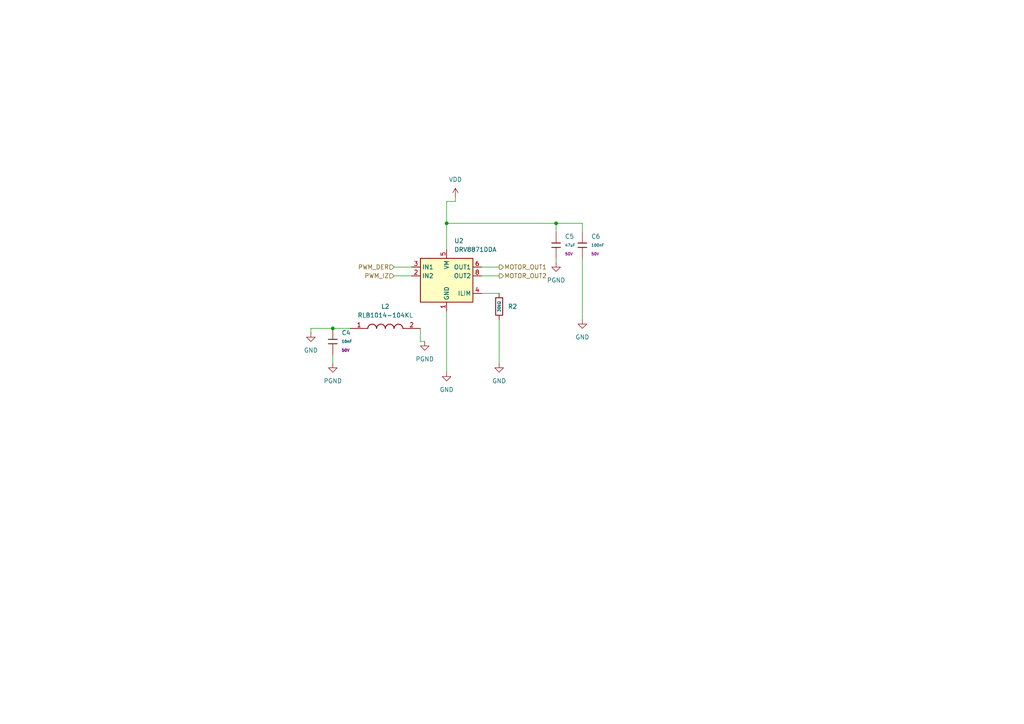
<source format=kicad_sch>
(kicad_sch
	(version 20250114)
	(generator "eeschema")
	(generator_version "9.0")
	(uuid "2473fdba-051d-4b10-8980-c2ebab4431b6")
	(paper "A4")
	(lib_symbols
		(symbol "Driver_Motor:DRV8871DDA"
			(exclude_from_sim no)
			(in_bom yes)
			(on_board yes)
			(property "Reference" "U"
				(at -6.35 6.35 0)
				(effects
					(font
						(size 1.27 1.27)
					)
				)
			)
			(property "Value" "DRV8871DDA"
				(at 8.89 6.35 0)
				(effects
					(font
						(size 1.27 1.27)
					)
				)
			)
			(property "Footprint" "Package_SO:Texas_HTSOP-8-1EP_3.9x4.9mm_P1.27mm_EP2.95x4.9mm_Mask2.4x3.1mm_ThermalVias"
				(at 6.35 -1.27 0)
				(effects
					(font
						(size 1.27 1.27)
					)
					(hide yes)
				)
			)
			(property "Datasheet" "http://www.ti.com/lit/ds/symlink/drv8871.pdf"
				(at 6.35 -1.27 0)
				(effects
					(font
						(size 1.27 1.27)
					)
					(hide yes)
				)
			)
			(property "Description" "Brushed DC Motor Driver, PWM Control, 45V, 3.6A, Current limiting, HTSOP-8"
				(at 0 0 0)
				(effects
					(font
						(size 1.27 1.27)
					)
					(hide yes)
				)
			)
			(property "ki_keywords" "H-bridge driver motor current limit"
				(at 0 0 0)
				(effects
					(font
						(size 1.27 1.27)
					)
					(hide yes)
				)
			)
			(property "ki_fp_filters" "Texas*HTSOP*1EP*3.9x4.9mm*P1.27mm*EP2.95x4.9mm*Mask2.4x3.1mm*"
				(at 0 0 0)
				(effects
					(font
						(size 1.27 1.27)
					)
					(hide yes)
				)
			)
			(symbol "DRV8871DDA_0_1"
				(rectangle
					(start -7.62 5.08)
					(end 7.62 -7.62)
					(stroke
						(width 0.254)
						(type default)
					)
					(fill
						(type background)
					)
				)
			)
			(symbol "DRV8871DDA_1_1"
				(pin input line
					(at -10.16 2.54 0)
					(length 2.54)
					(name "IN1"
						(effects
							(font
								(size 1.27 1.27)
							)
						)
					)
					(number "3"
						(effects
							(font
								(size 1.27 1.27)
							)
						)
					)
				)
				(pin input line
					(at -10.16 0 0)
					(length 2.54)
					(name "IN2"
						(effects
							(font
								(size 1.27 1.27)
							)
						)
					)
					(number "2"
						(effects
							(font
								(size 1.27 1.27)
							)
						)
					)
				)
				(pin power_in line
					(at 0 7.62 270)
					(length 2.54)
					(name "VM"
						(effects
							(font
								(size 1.27 1.27)
							)
						)
					)
					(number "5"
						(effects
							(font
								(size 1.27 1.27)
							)
						)
					)
				)
				(pin power_in line
					(at 0 -10.16 90)
					(length 2.54)
					(name "GND"
						(effects
							(font
								(size 1.27 1.27)
							)
						)
					)
					(number "1"
						(effects
							(font
								(size 1.27 1.27)
							)
						)
					)
				)
				(pin passive line
					(at 0 -10.16 90)
					(length 2.54)
					(hide yes)
					(name "GND"
						(effects
							(font
								(size 1.27 1.27)
							)
						)
					)
					(number "7"
						(effects
							(font
								(size 1.27 1.27)
							)
						)
					)
				)
				(pin passive line
					(at 0 -10.16 90)
					(length 2.54)
					(hide yes)
					(name "GND"
						(effects
							(font
								(size 1.27 1.27)
							)
						)
					)
					(number "9"
						(effects
							(font
								(size 1.27 1.27)
							)
						)
					)
				)
				(pin output line
					(at 10.16 2.54 180)
					(length 2.54)
					(name "OUT1"
						(effects
							(font
								(size 1.27 1.27)
							)
						)
					)
					(number "6"
						(effects
							(font
								(size 1.27 1.27)
							)
						)
					)
				)
				(pin output line
					(at 10.16 0 180)
					(length 2.54)
					(name "OUT2"
						(effects
							(font
								(size 1.27 1.27)
							)
						)
					)
					(number "8"
						(effects
							(font
								(size 1.27 1.27)
							)
						)
					)
				)
				(pin passive line
					(at 10.16 -5.08 180)
					(length 2.54)
					(name "ILIM"
						(effects
							(font
								(size 1.27 1.27)
							)
						)
					)
					(number "4"
						(effects
							(font
								(size 1.27 1.27)
							)
						)
					)
				)
			)
			(embedded_fonts no)
		)
		(symbol "PCM_JLCPCB-Capacitors:0402,10nF"
			(pin_numbers
				(hide yes)
			)
			(pin_names
				(offset 0)
			)
			(exclude_from_sim no)
			(in_bom yes)
			(on_board yes)
			(property "Reference" "C"
				(at 2.032 1.668 0)
				(effects
					(font
						(size 1.27 1.27)
					)
					(justify left)
				)
			)
			(property "Value" "10nF"
				(at 2.032 -0.3782 0)
				(effects
					(font
						(size 0.8 0.8)
					)
					(justify left)
				)
			)
			(property "Footprint" "PCM_JLCPCB:C_0402"
				(at -1.778 0 90)
				(effects
					(font
						(size 1.27 1.27)
					)
					(hide yes)
				)
			)
			(property "Datasheet" "https://www.lcsc.com/datasheet/lcsc_datasheet_2304140030_Samsung-Electro-Mechanics-CL05B103KB5NNNC_C15195.pdf"
				(at 0 0 0)
				(effects
					(font
						(size 1.27 1.27)
					)
					(hide yes)
				)
			)
			(property "Description" "50V 10nF X7R ±10% 0402 Multilayer Ceramic Capacitors MLCC - SMD/SMT ROHS"
				(at 0 0 0)
				(effects
					(font
						(size 1.27 1.27)
					)
					(hide yes)
				)
			)
			(property "LCSC" "C15195"
				(at 0 0 0)
				(effects
					(font
						(size 1.27 1.27)
					)
					(hide yes)
				)
			)
			(property "Stock" "3166640"
				(at 0 0 0)
				(effects
					(font
						(size 1.27 1.27)
					)
					(hide yes)
				)
			)
			(property "Price" "0.005USD"
				(at 0 0 0)
				(effects
					(font
						(size 1.27 1.27)
					)
					(hide yes)
				)
			)
			(property "Process" "SMT"
				(at 0 0 0)
				(effects
					(font
						(size 1.27 1.27)
					)
					(hide yes)
				)
			)
			(property "Minimum Qty" "20"
				(at 0 0 0)
				(effects
					(font
						(size 1.27 1.27)
					)
					(hide yes)
				)
			)
			(property "Attrition Qty" "10"
				(at 0 0 0)
				(effects
					(font
						(size 1.27 1.27)
					)
					(hide yes)
				)
			)
			(property "Class" "Basic Component"
				(at 0 0 0)
				(effects
					(font
						(size 1.27 1.27)
					)
					(hide yes)
				)
			)
			(property "Category" "Capacitors,Multilayer Ceramic Capacitors MLCC - SMD/SMT"
				(at 0 0 0)
				(effects
					(font
						(size 1.27 1.27)
					)
					(hide yes)
				)
			)
			(property "Manufacturer" "Samsung Electro-Mechanics"
				(at 0 0 0)
				(effects
					(font
						(size 1.27 1.27)
					)
					(hide yes)
				)
			)
			(property "Part" "CL05B103KB5NNNC"
				(at 0 0 0)
				(effects
					(font
						(size 1.27 1.27)
					)
					(hide yes)
				)
			)
			(property "Voltage Rated" "50V"
				(at 2.032 -2.0462 0)
				(effects
					(font
						(size 0.8 0.8)
					)
					(justify left)
				)
			)
			(property "Tolerance" "±10%"
				(at 0 0 0)
				(effects
					(font
						(size 1.27 1.27)
					)
					(hide yes)
				)
			)
			(property "Capacitance" "10nF"
				(at 0 0 0)
				(effects
					(font
						(size 1.27 1.27)
					)
					(hide yes)
				)
			)
			(property "Temperature Coefficient" "X7R"
				(at 0 0 0)
				(effects
					(font
						(size 1.27 1.27)
					)
					(hide yes)
				)
			)
			(property "ki_fp_filters" "C_*"
				(at 0 0 0)
				(effects
					(font
						(size 1.27 1.27)
					)
					(hide yes)
				)
			)
			(symbol "0402,10nF_0_1"
				(polyline
					(pts
						(xy -1.27 0.635) (xy 1.27 0.635)
					)
					(stroke
						(width 0.254)
						(type default)
					)
					(fill
						(type none)
					)
				)
				(polyline
					(pts
						(xy -1.27 -0.635) (xy 1.27 -0.635)
					)
					(stroke
						(width 0.254)
						(type default)
					)
					(fill
						(type none)
					)
				)
			)
			(symbol "0402,10nF_1_1"
				(pin passive line
					(at 0 3.81 270)
					(length 3.175)
					(name "~"
						(effects
							(font
								(size 1.27 1.27)
							)
						)
					)
					(number "1"
						(effects
							(font
								(size 1.27 1.27)
							)
						)
					)
				)
				(pin passive line
					(at 0 -3.81 90)
					(length 3.175)
					(name "~"
						(effects
							(font
								(size 1.27 1.27)
							)
						)
					)
					(number "2"
						(effects
							(font
								(size 1.27 1.27)
							)
						)
					)
				)
			)
			(embedded_fonts no)
		)
		(symbol "PCM_JLCPCB-Capacitors:0603,100nF"
			(pin_numbers
				(hide yes)
			)
			(pin_names
				(offset 0)
			)
			(exclude_from_sim no)
			(in_bom yes)
			(on_board yes)
			(property "Reference" "C"
				(at 2.032 1.668 0)
				(effects
					(font
						(size 1.27 1.27)
					)
					(justify left)
				)
			)
			(property "Value" "100nF"
				(at 2.032 -0.3782 0)
				(effects
					(font
						(size 0.8 0.8)
					)
					(justify left)
				)
			)
			(property "Footprint" "PCM_JLCPCB:C_0603"
				(at -1.778 0 90)
				(effects
					(font
						(size 1.27 1.27)
					)
					(hide yes)
				)
			)
			(property "Datasheet" "https://www.lcsc.com/datasheet/lcsc_datasheet_2211101700_YAGEO-CC0603KRX7R9BB104_C14663.pdf"
				(at 0 0 0)
				(effects
					(font
						(size 1.27 1.27)
					)
					(hide yes)
				)
			)
			(property "Description" "50V 100nF X7R ±10% 0603 Multilayer Ceramic Capacitors MLCC - SMD/SMT ROHS"
				(at 0 0 0)
				(effects
					(font
						(size 1.27 1.27)
					)
					(hide yes)
				)
			)
			(property "LCSC" "C14663"
				(at 0 0 0)
				(effects
					(font
						(size 1.27 1.27)
					)
					(hide yes)
				)
			)
			(property "Stock" "66445262"
				(at 0 0 0)
				(effects
					(font
						(size 1.27 1.27)
					)
					(hide yes)
				)
			)
			(property "Price" "0.006USD"
				(at 0 0 0)
				(effects
					(font
						(size 1.27 1.27)
					)
					(hide yes)
				)
			)
			(property "Process" "SMT"
				(at 0 0 0)
				(effects
					(font
						(size 1.27 1.27)
					)
					(hide yes)
				)
			)
			(property "Minimum Qty" "20"
				(at 0 0 0)
				(effects
					(font
						(size 1.27 1.27)
					)
					(hide yes)
				)
			)
			(property "Attrition Qty" "10"
				(at 0 0 0)
				(effects
					(font
						(size 1.27 1.27)
					)
					(hide yes)
				)
			)
			(property "Class" "Basic Component"
				(at 0 0 0)
				(effects
					(font
						(size 1.27 1.27)
					)
					(hide yes)
				)
			)
			(property "Category" "Capacitors,Multilayer Ceramic Capacitors MLCC - SMD/SMT"
				(at 0 0 0)
				(effects
					(font
						(size 1.27 1.27)
					)
					(hide yes)
				)
			)
			(property "Manufacturer" "YAGEO"
				(at 0 0 0)
				(effects
					(font
						(size 1.27 1.27)
					)
					(hide yes)
				)
			)
			(property "Part" "CC0603KRX7R9BB104"
				(at 0 0 0)
				(effects
					(font
						(size 1.27 1.27)
					)
					(hide yes)
				)
			)
			(property "Voltage Rated" "50V"
				(at 2.032 -2.0462 0)
				(effects
					(font
						(size 0.8 0.8)
					)
					(justify left)
				)
			)
			(property "Tolerance" "±10%"
				(at 0 0 0)
				(effects
					(font
						(size 1.27 1.27)
					)
					(hide yes)
				)
			)
			(property "Capacitance" "100nF"
				(at 0 0 0)
				(effects
					(font
						(size 1.27 1.27)
					)
					(hide yes)
				)
			)
			(property "Temperature Coefficient" "X7R"
				(at 0 0 0)
				(effects
					(font
						(size 1.27 1.27)
					)
					(hide yes)
				)
			)
			(property "ki_fp_filters" "C_*"
				(at 0 0 0)
				(effects
					(font
						(size 1.27 1.27)
					)
					(hide yes)
				)
			)
			(symbol "0603,100nF_0_1"
				(polyline
					(pts
						(xy -1.27 0.635) (xy 1.27 0.635)
					)
					(stroke
						(width 0.254)
						(type default)
					)
					(fill
						(type none)
					)
				)
				(polyline
					(pts
						(xy -1.27 -0.635) (xy 1.27 -0.635)
					)
					(stroke
						(width 0.254)
						(type default)
					)
					(fill
						(type none)
					)
				)
			)
			(symbol "0603,100nF_1_1"
				(pin passive line
					(at 0 3.81 270)
					(length 3.175)
					(name "~"
						(effects
							(font
								(size 1.27 1.27)
							)
						)
					)
					(number "1"
						(effects
							(font
								(size 1.27 1.27)
							)
						)
					)
				)
				(pin passive line
					(at 0 -3.81 90)
					(length 3.175)
					(name "~"
						(effects
							(font
								(size 1.27 1.27)
							)
						)
					)
					(number "2"
						(effects
							(font
								(size 1.27 1.27)
							)
						)
					)
				)
			)
			(embedded_fonts no)
		)
		(symbol "PCM_JLCPCB-Capacitors:0805,47uF"
			(pin_numbers
				(hide yes)
			)
			(pin_names
				(offset 0)
			)
			(exclude_from_sim no)
			(in_bom yes)
			(on_board yes)
			(property "Reference" "C"
				(at 2.032 1.668 0)
				(effects
					(font
						(size 1.27 1.27)
					)
					(justify left)
				)
			)
			(property "Value" "47uF"
				(at 2.032 -0.3782 0)
				(effects
					(font
						(size 0.8 0.8)
					)
					(justify left)
				)
			)
			(property "Footprint" "PCM_JLCPCB:C_0805"
				(at -1.778 0 90)
				(effects
					(font
						(size 1.27 1.27)
					)
					(hide yes)
				)
			)
			(property "Datasheet" "https://www.lcsc.com/datasheet/lcsc_datasheet_2304140030_Samsung-Electro-Mechanics-CL21A476MQYNNNE_C16780.pdf"
				(at 0 0 0)
				(effects
					(font
						(size 1.27 1.27)
					)
					(hide yes)
				)
			)
			(property "Description" "6.3V 47uF X5R ±20% 0805 Multilayer Ceramic Capacitors MLCC - SMD/SMT ROHS"
				(at 0 0 0)
				(effects
					(font
						(size 1.27 1.27)
					)
					(hide yes)
				)
			)
			(property "LCSC" "C16780"
				(at 0 0 0)
				(effects
					(font
						(size 1.27 1.27)
					)
					(hide yes)
				)
			)
			(property "Stock" "1426065"
				(at 0 0 0)
				(effects
					(font
						(size 1.27 1.27)
					)
					(hide yes)
				)
			)
			(property "Price" "0.027USD"
				(at 0 0 0)
				(effects
					(font
						(size 1.27 1.27)
					)
					(hide yes)
				)
			)
			(property "Process" "SMT"
				(at 0 0 0)
				(effects
					(font
						(size 1.27 1.27)
					)
					(hide yes)
				)
			)
			(property "Minimum Qty" "20"
				(at 0 0 0)
				(effects
					(font
						(size 1.27 1.27)
					)
					(hide yes)
				)
			)
			(property "Attrition Qty" "6"
				(at 0 0 0)
				(effects
					(font
						(size 1.27 1.27)
					)
					(hide yes)
				)
			)
			(property "Class" "Basic Component"
				(at 0 0 0)
				(effects
					(font
						(size 1.27 1.27)
					)
					(hide yes)
				)
			)
			(property "Category" "Capacitors,Multilayer Ceramic Capacitors MLCC - SMD/SMT"
				(at 0 0 0)
				(effects
					(font
						(size 1.27 1.27)
					)
					(hide yes)
				)
			)
			(property "Manufacturer" "Samsung Electro-Mechanics"
				(at 0 0 0)
				(effects
					(font
						(size 1.27 1.27)
					)
					(hide yes)
				)
			)
			(property "Part" "CL21A476MQYNNNE"
				(at 0 0 0)
				(effects
					(font
						(size 1.27 1.27)
					)
					(hide yes)
				)
			)
			(property "Voltage Rated" "6.3V"
				(at 2.032 -2.0462 0)
				(effects
					(font
						(size 0.8 0.8)
					)
					(justify left)
				)
			)
			(property "Tolerance" "±20%"
				(at 0 0 0)
				(effects
					(font
						(size 1.27 1.27)
					)
					(hide yes)
				)
			)
			(property "Capacitance" "47uF"
				(at 0 0 0)
				(effects
					(font
						(size 1.27 1.27)
					)
					(hide yes)
				)
			)
			(property "Temperature Coefficient" "X5R"
				(at 0 0 0)
				(effects
					(font
						(size 1.27 1.27)
					)
					(hide yes)
				)
			)
			(property "ki_fp_filters" "C_*"
				(at 0 0 0)
				(effects
					(font
						(size 1.27 1.27)
					)
					(hide yes)
				)
			)
			(symbol "0805,47uF_0_1"
				(polyline
					(pts
						(xy -1.27 0.635) (xy 1.27 0.635)
					)
					(stroke
						(width 0.254)
						(type default)
					)
					(fill
						(type none)
					)
				)
				(polyline
					(pts
						(xy -1.27 -0.635) (xy 1.27 -0.635)
					)
					(stroke
						(width 0.254)
						(type default)
					)
					(fill
						(type none)
					)
				)
			)
			(symbol "0805,47uF_1_1"
				(pin passive line
					(at 0 3.81 270)
					(length 3.175)
					(name "~"
						(effects
							(font
								(size 1.27 1.27)
							)
						)
					)
					(number "1"
						(effects
							(font
								(size 1.27 1.27)
							)
						)
					)
				)
				(pin passive line
					(at 0 -3.81 90)
					(length 3.175)
					(name "~"
						(effects
							(font
								(size 1.27 1.27)
							)
						)
					)
					(number "2"
						(effects
							(font
								(size 1.27 1.27)
							)
						)
					)
				)
			)
			(embedded_fonts no)
		)
		(symbol "PCM_JLCPCB-Resistors:0603,30kΩ"
			(pin_numbers
				(hide yes)
			)
			(pin_names
				(offset 0)
			)
			(exclude_from_sim no)
			(in_bom yes)
			(on_board yes)
			(property "Reference" "R"
				(at 1.778 0 0)
				(effects
					(font
						(size 1.27 1.27)
					)
					(justify left)
				)
			)
			(property "Value" "30kΩ"
				(at 0 0 90)
				(do_not_autoplace)
				(effects
					(font
						(size 0.8 0.8)
					)
				)
			)
			(property "Footprint" "PCM_JLCPCB:R_0603"
				(at -1.778 0 90)
				(effects
					(font
						(size 1.27 1.27)
					)
					(hide yes)
				)
			)
			(property "Datasheet" "https://www.lcsc.com/datasheet/lcsc_datasheet_2206010116_UNI-ROYAL-Uniroyal-Elec-0603WAF3002T5E_C22984.pdf"
				(at 0 0 0)
				(effects
					(font
						(size 1.27 1.27)
					)
					(hide yes)
				)
			)
			(property "Description" "100mW Thick Film Resistors 75V ±100ppm/°C ±1% 30kΩ 0603 Chip Resistor - Surface Mount ROHS"
				(at 0 0 0)
				(effects
					(font
						(size 1.27 1.27)
					)
					(hide yes)
				)
			)
			(property "LCSC" "C22984"
				(at 0 0 0)
				(effects
					(font
						(size 1.27 1.27)
					)
					(hide yes)
				)
			)
			(property "Stock" "1007476"
				(at 0 0 0)
				(effects
					(font
						(size 1.27 1.27)
					)
					(hide yes)
				)
			)
			(property "Price" "0.004USD"
				(at 0 0 0)
				(effects
					(font
						(size 1.27 1.27)
					)
					(hide yes)
				)
			)
			(property "Process" "SMT"
				(at 0 0 0)
				(effects
					(font
						(size 1.27 1.27)
					)
					(hide yes)
				)
			)
			(property "Minimum Qty" "20"
				(at 0 0 0)
				(effects
					(font
						(size 1.27 1.27)
					)
					(hide yes)
				)
			)
			(property "Attrition Qty" "10"
				(at 0 0 0)
				(effects
					(font
						(size 1.27 1.27)
					)
					(hide yes)
				)
			)
			(property "Class" "Basic Component"
				(at 0 0 0)
				(effects
					(font
						(size 1.27 1.27)
					)
					(hide yes)
				)
			)
			(property "Category" "Resistors,Chip Resistor - Surface Mount"
				(at 0 0 0)
				(effects
					(font
						(size 1.27 1.27)
					)
					(hide yes)
				)
			)
			(property "Manufacturer" "UNI-ROYAL(Uniroyal Elec)"
				(at 0 0 0)
				(effects
					(font
						(size 1.27 1.27)
					)
					(hide yes)
				)
			)
			(property "Part" "0603WAF3002T5E"
				(at 0 0 0)
				(effects
					(font
						(size 1.27 1.27)
					)
					(hide yes)
				)
			)
			(property "Resistance" "30kΩ"
				(at 0 0 0)
				(effects
					(font
						(size 1.27 1.27)
					)
					(hide yes)
				)
			)
			(property "Power(Watts)" "100mW"
				(at 0 0 0)
				(effects
					(font
						(size 1.27 1.27)
					)
					(hide yes)
				)
			)
			(property "Type" "Thick Film Resistors"
				(at 0 0 0)
				(effects
					(font
						(size 1.27 1.27)
					)
					(hide yes)
				)
			)
			(property "Overload Voltage (Max)" "75V"
				(at 0 0 0)
				(effects
					(font
						(size 1.27 1.27)
					)
					(hide yes)
				)
			)
			(property "Operating Temperature Range" "-55°C~+155°C"
				(at 0 0 0)
				(effects
					(font
						(size 1.27 1.27)
					)
					(hide yes)
				)
			)
			(property "Tolerance" "±1%"
				(at 0 0 0)
				(effects
					(font
						(size 1.27 1.27)
					)
					(hide yes)
				)
			)
			(property "Temperature Coefficient" "±100ppm/°C"
				(at 0 0 0)
				(effects
					(font
						(size 1.27 1.27)
					)
					(hide yes)
				)
			)
			(property "ki_fp_filters" "R_*"
				(at 0 0 0)
				(effects
					(font
						(size 1.27 1.27)
					)
					(hide yes)
				)
			)
			(symbol "0603,30kΩ_0_1"
				(rectangle
					(start -1.016 2.54)
					(end 1.016 -2.54)
					(stroke
						(width 0.254)
						(type default)
					)
					(fill
						(type none)
					)
				)
			)
			(symbol "0603,30kΩ_1_1"
				(pin passive line
					(at 0 3.81 270)
					(length 1.27)
					(name "~"
						(effects
							(font
								(size 1.27 1.27)
							)
						)
					)
					(number "1"
						(effects
							(font
								(size 1.27 1.27)
							)
						)
					)
				)
				(pin passive line
					(at 0 -3.81 90)
					(length 1.27)
					(name "~"
						(effects
							(font
								(size 1.27 1.27)
							)
						)
					)
					(number "2"
						(effects
							(font
								(size 1.27 1.27)
							)
						)
					)
				)
			)
			(embedded_fonts no)
		)
		(symbol "SamacSys_Parts:RLB1014-104KL"
			(pin_names
				(hide yes)
			)
			(exclude_from_sim no)
			(in_bom yes)
			(on_board yes)
			(property "Reference" "L"
				(at 16.51 6.35 0)
				(effects
					(font
						(size 1.27 1.27)
					)
					(justify left top)
				)
			)
			(property "Value" "RLB1014-104KL"
				(at 16.51 3.81 0)
				(effects
					(font
						(size 1.27 1.27)
					)
					(justify left top)
				)
			)
			(property "Footprint" "RLB1014104KL"
				(at 16.51 -96.19 0)
				(effects
					(font
						(size 1.27 1.27)
					)
					(justify left top)
					(hide yes)
				)
			)
			(property "Datasheet" "https://componentsearchengine.com/Datasheets/2/RLB1014-104KL.pdf"
				(at 16.51 -196.19 0)
				(effects
					(font
						(size 1.27 1.27)
					)
					(justify left top)
					(hide yes)
				)
			)
			(property "Description" "Inductor Power Wirewound 100mH 10% 1KHz 30Q-Factor Ferrite 40mA 300Ohm DCR RDL Bag"
				(at 0 0 0)
				(effects
					(font
						(size 1.27 1.27)
					)
					(hide yes)
				)
			)
			(property "Height" "12"
				(at 16.51 -396.19 0)
				(effects
					(font
						(size 1.27 1.27)
					)
					(justify left top)
					(hide yes)
				)
			)
			(property "Manufacturer_Name" "Bourns"
				(at 16.51 -496.19 0)
				(effects
					(font
						(size 1.27 1.27)
					)
					(justify left top)
					(hide yes)
				)
			)
			(property "Manufacturer_Part_Number" "RLB1014-104KL"
				(at 16.51 -596.19 0)
				(effects
					(font
						(size 1.27 1.27)
					)
					(justify left top)
					(hide yes)
				)
			)
			(property "Mouser Part Number" "652-RLB1014-104KL"
				(at 16.51 -696.19 0)
				(effects
					(font
						(size 1.27 1.27)
					)
					(justify left top)
					(hide yes)
				)
			)
			(property "Mouser Price/Stock" "https://www.mouser.co.uk/ProductDetail/Bourns/RLB1014-104KL?qs=AC4ivEYFOTCZeKctbbzO7g%3D%3D"
				(at 16.51 -796.19 0)
				(effects
					(font
						(size 1.27 1.27)
					)
					(justify left top)
					(hide yes)
				)
			)
			(property "Arrow Part Number" "RLB1014-104KL"
				(at 16.51 -896.19 0)
				(effects
					(font
						(size 1.27 1.27)
					)
					(justify left top)
					(hide yes)
				)
			)
			(property "Arrow Price/Stock" "https://www.arrow.com/en/products/rlb1014-104kl/bourns?region=nac"
				(at 16.51 -996.19 0)
				(effects
					(font
						(size 1.27 1.27)
					)
					(justify left top)
					(hide yes)
				)
			)
			(symbol "RLB1014-104KL_1_1"
				(arc
					(start 5.08 0)
					(mid 6.35 1.219)
					(end 7.62 0)
					(stroke
						(width 0.254)
						(type default)
					)
					(fill
						(type none)
					)
				)
				(arc
					(start 7.62 0)
					(mid 8.89 1.219)
					(end 10.16 0)
					(stroke
						(width 0.254)
						(type default)
					)
					(fill
						(type none)
					)
				)
				(arc
					(start 10.16 0)
					(mid 11.43 1.219)
					(end 12.7 0)
					(stroke
						(width 0.254)
						(type default)
					)
					(fill
						(type none)
					)
				)
				(arc
					(start 12.7 0)
					(mid 13.97 1.219)
					(end 15.24 0)
					(stroke
						(width 0.254)
						(type default)
					)
					(fill
						(type none)
					)
				)
				(pin passive line
					(at 0 0 0)
					(length 5.08)
					(name "1"
						(effects
							(font
								(size 1.27 1.27)
							)
						)
					)
					(number "1"
						(effects
							(font
								(size 1.27 1.27)
							)
						)
					)
				)
				(pin passive line
					(at 20.32 0 180)
					(length 5.08)
					(name "2"
						(effects
							(font
								(size 1.27 1.27)
							)
						)
					)
					(number "2"
						(effects
							(font
								(size 1.27 1.27)
							)
						)
					)
				)
			)
			(embedded_fonts no)
		)
		(symbol "power:GND"
			(power)
			(pin_numbers
				(hide yes)
			)
			(pin_names
				(offset 0)
				(hide yes)
			)
			(exclude_from_sim no)
			(in_bom yes)
			(on_board yes)
			(property "Reference" "#PWR"
				(at 0 -6.35 0)
				(effects
					(font
						(size 1.27 1.27)
					)
					(hide yes)
				)
			)
			(property "Value" "GND"
				(at 0 -3.81 0)
				(effects
					(font
						(size 1.27 1.27)
					)
				)
			)
			(property "Footprint" ""
				(at 0 0 0)
				(effects
					(font
						(size 1.27 1.27)
					)
					(hide yes)
				)
			)
			(property "Datasheet" ""
				(at 0 0 0)
				(effects
					(font
						(size 1.27 1.27)
					)
					(hide yes)
				)
			)
			(property "Description" "Power symbol creates a global label with name \"GND\" , ground"
				(at 0 0 0)
				(effects
					(font
						(size 1.27 1.27)
					)
					(hide yes)
				)
			)
			(property "ki_keywords" "global power"
				(at 0 0 0)
				(effects
					(font
						(size 1.27 1.27)
					)
					(hide yes)
				)
			)
			(symbol "GND_0_1"
				(polyline
					(pts
						(xy 0 0) (xy 0 -1.27) (xy 1.27 -1.27) (xy 0 -2.54) (xy -1.27 -1.27) (xy 0 -1.27)
					)
					(stroke
						(width 0)
						(type default)
					)
					(fill
						(type none)
					)
				)
			)
			(symbol "GND_1_1"
				(pin power_in line
					(at 0 0 270)
					(length 0)
					(name "~"
						(effects
							(font
								(size 1.27 1.27)
							)
						)
					)
					(number "1"
						(effects
							(font
								(size 1.27 1.27)
							)
						)
					)
				)
			)
			(embedded_fonts no)
		)
		(symbol "power:VDD"
			(power)
			(pin_numbers
				(hide yes)
			)
			(pin_names
				(offset 0)
				(hide yes)
			)
			(exclude_from_sim no)
			(in_bom yes)
			(on_board yes)
			(property "Reference" "#PWR"
				(at 0 -3.81 0)
				(effects
					(font
						(size 1.27 1.27)
					)
					(hide yes)
				)
			)
			(property "Value" "VDD"
				(at 0 3.556 0)
				(effects
					(font
						(size 1.27 1.27)
					)
				)
			)
			(property "Footprint" ""
				(at 0 0 0)
				(effects
					(font
						(size 1.27 1.27)
					)
					(hide yes)
				)
			)
			(property "Datasheet" ""
				(at 0 0 0)
				(effects
					(font
						(size 1.27 1.27)
					)
					(hide yes)
				)
			)
			(property "Description" "Power symbol creates a global label with name \"VDD\""
				(at 0 0 0)
				(effects
					(font
						(size 1.27 1.27)
					)
					(hide yes)
				)
			)
			(property "ki_keywords" "global power"
				(at 0 0 0)
				(effects
					(font
						(size 1.27 1.27)
					)
					(hide yes)
				)
			)
			(symbol "VDD_0_1"
				(polyline
					(pts
						(xy -0.762 1.27) (xy 0 2.54)
					)
					(stroke
						(width 0)
						(type default)
					)
					(fill
						(type none)
					)
				)
				(polyline
					(pts
						(xy 0 2.54) (xy 0.762 1.27)
					)
					(stroke
						(width 0)
						(type default)
					)
					(fill
						(type none)
					)
				)
				(polyline
					(pts
						(xy 0 0) (xy 0 2.54)
					)
					(stroke
						(width 0)
						(type default)
					)
					(fill
						(type none)
					)
				)
			)
			(symbol "VDD_1_1"
				(pin power_in line
					(at 0 0 90)
					(length 0)
					(name "~"
						(effects
							(font
								(size 1.27 1.27)
							)
						)
					)
					(number "1"
						(effects
							(font
								(size 1.27 1.27)
							)
						)
					)
				)
			)
			(embedded_fonts no)
		)
	)
	(junction
		(at 161.29 64.77)
		(diameter 0)
		(color 0 0 0 0)
		(uuid "5edeb83d-ee03-4315-8131-9fe9072384d0")
	)
	(junction
		(at 96.52 95.25)
		(diameter 0)
		(color 0 0 0 0)
		(uuid "978eb4d2-4e82-4dfa-91bb-050883ca4395")
	)
	(junction
		(at 129.54 64.77)
		(diameter 0)
		(color 0 0 0 0)
		(uuid "d8ef5079-2ca2-4898-b3ef-aaf8c9d24a88")
	)
	(wire
		(pts
			(xy 139.7 85.09) (xy 144.78 85.09)
		)
		(stroke
			(width 0)
			(type default)
		)
		(uuid "0198018e-7daf-4d00-9932-c85f88b3c4a7")
	)
	(wire
		(pts
			(xy 132.08 57.15) (xy 132.08 58.42)
		)
		(stroke
			(width 0)
			(type default)
		)
		(uuid "164e0b19-ee67-48b8-9127-b8bf1f647e12")
	)
	(wire
		(pts
			(xy 114.3 80.01) (xy 119.38 80.01)
		)
		(stroke
			(width 0)
			(type default)
		)
		(uuid "34285c92-3ff0-4084-958a-6a5b26cca09d")
	)
	(wire
		(pts
			(xy 144.78 92.71) (xy 144.78 105.41)
		)
		(stroke
			(width 0)
			(type default)
		)
		(uuid "3a6c53ed-2fd4-4745-9225-be76d6fb7f53")
	)
	(wire
		(pts
			(xy 96.52 102.87) (xy 96.52 105.41)
		)
		(stroke
			(width 0)
			(type default)
		)
		(uuid "40a56895-6893-4f64-883b-66460e0a5937")
	)
	(wire
		(pts
			(xy 129.54 64.77) (xy 161.29 64.77)
		)
		(stroke
			(width 0)
			(type default)
		)
		(uuid "446c6da2-c8d5-4825-87fc-7817a5c04cbb")
	)
	(wire
		(pts
			(xy 129.54 58.42) (xy 132.08 58.42)
		)
		(stroke
			(width 0)
			(type default)
		)
		(uuid "4c4b8572-756f-48d0-94ef-325a541ee101")
	)
	(wire
		(pts
			(xy 121.92 99.06) (xy 123.19 99.06)
		)
		(stroke
			(width 0)
			(type default)
		)
		(uuid "4dbcf7ba-2ae2-4675-a848-ea443688a247")
	)
	(wire
		(pts
			(xy 168.91 64.77) (xy 168.91 67.31)
		)
		(stroke
			(width 0)
			(type default)
		)
		(uuid "5625e17d-15b1-4da4-ac38-18374562e95f")
	)
	(wire
		(pts
			(xy 121.92 95.25) (xy 121.92 99.06)
		)
		(stroke
			(width 0)
			(type default)
		)
		(uuid "630c4072-d606-4883-94b7-28dc43a2b8e5")
	)
	(wire
		(pts
			(xy 129.54 58.42) (xy 129.54 64.77)
		)
		(stroke
			(width 0)
			(type default)
		)
		(uuid "724e3a0b-89bd-448c-914c-f2119fcfced3")
	)
	(wire
		(pts
			(xy 96.52 95.25) (xy 101.6 95.25)
		)
		(stroke
			(width 0)
			(type default)
		)
		(uuid "73491b52-d0ad-4a5c-9b16-78e2b2443127")
	)
	(wire
		(pts
			(xy 168.91 64.77) (xy 161.29 64.77)
		)
		(stroke
			(width 0)
			(type default)
		)
		(uuid "799788c9-c169-41e2-b22f-cf41c1544e2f")
	)
	(wire
		(pts
			(xy 114.3 77.47) (xy 119.38 77.47)
		)
		(stroke
			(width 0)
			(type default)
		)
		(uuid "8144b97d-7787-4cb1-91bc-ff3296702ba4")
	)
	(wire
		(pts
			(xy 129.54 64.77) (xy 129.54 72.39)
		)
		(stroke
			(width 0)
			(type default)
		)
		(uuid "9ae6e48d-032c-4156-af1a-c55ec51f018c")
	)
	(wire
		(pts
			(xy 90.17 96.52) (xy 90.17 95.25)
		)
		(stroke
			(width 0)
			(type default)
		)
		(uuid "9f323e85-96c2-4ae7-ad3a-02b5e2a1cd20")
	)
	(wire
		(pts
			(xy 161.29 74.93) (xy 161.29 76.2)
		)
		(stroke
			(width 0)
			(type default)
		)
		(uuid "c4eefdee-66e9-4ea1-bfb3-cf242dcaa86b")
	)
	(wire
		(pts
			(xy 129.54 90.17) (xy 129.54 107.95)
		)
		(stroke
			(width 0)
			(type default)
		)
		(uuid "c85f60d2-2667-4027-9e26-e1d3b5c3da03")
	)
	(wire
		(pts
			(xy 90.17 95.25) (xy 96.52 95.25)
		)
		(stroke
			(width 0)
			(type default)
		)
		(uuid "dd305f3c-de00-4a0e-ac74-0b09d250a0cc")
	)
	(wire
		(pts
			(xy 139.7 77.47) (xy 144.78 77.47)
		)
		(stroke
			(width 0)
			(type default)
		)
		(uuid "e693143b-f373-43a8-9964-3db394e86912")
	)
	(wire
		(pts
			(xy 139.7 80.01) (xy 144.78 80.01)
		)
		(stroke
			(width 0)
			(type default)
		)
		(uuid "f99de473-8665-438e-b449-698fe319cd72")
	)
	(wire
		(pts
			(xy 168.91 74.93) (xy 168.91 92.71)
		)
		(stroke
			(width 0)
			(type default)
		)
		(uuid "fd1c3e2b-d96a-457e-b719-d593676d6eda")
	)
	(wire
		(pts
			(xy 161.29 67.31) (xy 161.29 64.77)
		)
		(stroke
			(width 0)
			(type default)
		)
		(uuid "fe2f4375-aca6-4b85-a939-85c38111e2c4")
	)
	(hierarchical_label "PWM_IZ"
		(shape input)
		(at 114.3 80.01 180)
		(effects
			(font
				(size 1.27 1.27)
			)
			(justify right)
		)
		(uuid "16de0328-9ef2-4806-ad9b-c302d44dd30f")
	)
	(hierarchical_label "MOTOR_OUT2"
		(shape output)
		(at 144.78 80.01 0)
		(effects
			(font
				(size 1.27 1.27)
			)
			(justify left)
		)
		(uuid "2e303669-31bd-41bc-bbf5-7d76ee643ad4")
	)
	(hierarchical_label "PWM_DER"
		(shape input)
		(at 114.3 77.47 180)
		(effects
			(font
				(size 1.27 1.27)
			)
			(justify right)
		)
		(uuid "5fba7727-f884-4e6b-ad9a-502011c88501")
	)
	(hierarchical_label "MOTOR_OUT1"
		(shape output)
		(at 144.78 77.47 0)
		(effects
			(font
				(size 1.27 1.27)
			)
			(justify left)
		)
		(uuid "7b1977ab-cdc3-4d04-aaa7-724272b7272e")
	)
	(symbol
		(lib_id "power:GND")
		(at 96.52 105.41 0)
		(unit 1)
		(exclude_from_sim no)
		(in_bom yes)
		(on_board yes)
		(dnp no)
		(fields_autoplaced yes)
		(uuid "3aea0d1b-6a42-48cd-870c-b9ae04e20129")
		(property "Reference" "#PWR01"
			(at 96.52 111.76 0)
			(effects
				(font
					(size 1.27 1.27)
				)
				(hide yes)
			)
		)
		(property "Value" "PGND"
			(at 96.52 110.49 0)
			(effects
				(font
					(size 1.27 1.27)
				)
			)
		)
		(property "Footprint" ""
			(at 96.52 105.41 0)
			(effects
				(font
					(size 1.27 1.27)
				)
				(hide yes)
			)
		)
		(property "Datasheet" ""
			(at 96.52 105.41 0)
			(effects
				(font
					(size 1.27 1.27)
				)
				(hide yes)
			)
		)
		(property "Description" "Power symbol creates a global label with name \"GND\" , ground"
			(at 96.52 105.41 0)
			(effects
				(font
					(size 1.27 1.27)
				)
				(hide yes)
			)
		)
		(pin "1"
			(uuid "4b627311-9869-497a-825a-f405c117d96f")
		)
		(instances
			(project "PROYECT T"
				(path "/5662f43b-62c9-4990-b7b6-06a0388e062e/4f78361b-da38-4266-b17c-782c07029721"
					(reference "#PWR01")
					(unit 1)
				)
			)
		)
	)
	(symbol
		(lib_id "power:VDD")
		(at 132.08 57.15 0)
		(unit 1)
		(exclude_from_sim no)
		(in_bom yes)
		(on_board yes)
		(dnp no)
		(fields_autoplaced yes)
		(uuid "6b37cb77-58fa-4444-bb0b-c56618aca97f")
		(property "Reference" "#PWR035"
			(at 132.08 60.96 0)
			(effects
				(font
					(size 1.27 1.27)
				)
				(hide yes)
			)
		)
		(property "Value" "VDD"
			(at 132.08 52.07 0)
			(effects
				(font
					(size 1.27 1.27)
				)
			)
		)
		(property "Footprint" ""
			(at 132.08 57.15 0)
			(effects
				(font
					(size 1.27 1.27)
				)
				(hide yes)
			)
		)
		(property "Datasheet" ""
			(at 132.08 57.15 0)
			(effects
				(font
					(size 1.27 1.27)
				)
				(hide yes)
			)
		)
		(property "Description" "Power symbol creates a global label with name \"VDD\""
			(at 132.08 57.15 0)
			(effects
				(font
					(size 1.27 1.27)
				)
				(hide yes)
			)
		)
		(pin "1"
			(uuid "61231d24-dcf6-4bf4-82ed-299d570622c8")
		)
		(instances
			(project "PROYECT T"
				(path "/5662f43b-62c9-4990-b7b6-06a0388e062e/4f78361b-da38-4266-b17c-782c07029721"
					(reference "#PWR035")
					(unit 1)
				)
			)
		)
	)
	(symbol
		(lib_id "power:GND")
		(at 161.29 76.2 0)
		(unit 1)
		(exclude_from_sim no)
		(in_bom yes)
		(on_board yes)
		(dnp no)
		(fields_autoplaced yes)
		(uuid "75f8615d-3f50-4c83-9f4d-7082df7999b2")
		(property "Reference" "#PWR021"
			(at 161.29 82.55 0)
			(effects
				(font
					(size 1.27 1.27)
				)
				(hide yes)
			)
		)
		(property "Value" "PGND"
			(at 161.29 81.28 0)
			(effects
				(font
					(size 1.27 1.27)
				)
			)
		)
		(property "Footprint" ""
			(at 161.29 76.2 0)
			(effects
				(font
					(size 1.27 1.27)
				)
				(hide yes)
			)
		)
		(property "Datasheet" ""
			(at 161.29 76.2 0)
			(effects
				(font
					(size 1.27 1.27)
				)
				(hide yes)
			)
		)
		(property "Description" "Power symbol creates a global label with name \"GND\" , ground"
			(at 161.29 76.2 0)
			(effects
				(font
					(size 1.27 1.27)
				)
				(hide yes)
			)
		)
		(pin "1"
			(uuid "4f720a96-4501-46b9-b970-2dac8682c228")
		)
		(instances
			(project "PROYECT T"
				(path "/5662f43b-62c9-4990-b7b6-06a0388e062e/4f78361b-da38-4266-b17c-782c07029721"
					(reference "#PWR021")
					(unit 1)
				)
			)
		)
	)
	(symbol
		(lib_id "power:GND")
		(at 123.19 99.06 0)
		(unit 1)
		(exclude_from_sim no)
		(in_bom yes)
		(on_board yes)
		(dnp no)
		(fields_autoplaced yes)
		(uuid "7a4b801c-c825-471d-b80f-4f3c762721fd")
		(property "Reference" "#PWR022"
			(at 123.19 105.41 0)
			(effects
				(font
					(size 1.27 1.27)
				)
				(hide yes)
			)
		)
		(property "Value" "PGND"
			(at 123.19 104.14 0)
			(effects
				(font
					(size 1.27 1.27)
				)
			)
		)
		(property "Footprint" ""
			(at 123.19 99.06 0)
			(effects
				(font
					(size 1.27 1.27)
				)
				(hide yes)
			)
		)
		(property "Datasheet" ""
			(at 123.19 99.06 0)
			(effects
				(font
					(size 1.27 1.27)
				)
				(hide yes)
			)
		)
		(property "Description" "Power symbol creates a global label with name \"GND\" , ground"
			(at 123.19 99.06 0)
			(effects
				(font
					(size 1.27 1.27)
				)
				(hide yes)
			)
		)
		(pin "1"
			(uuid "6250ee6a-010c-4ce1-8747-f6d6f246dd87")
		)
		(instances
			(project "PROYECT T"
				(path "/5662f43b-62c9-4990-b7b6-06a0388e062e/4f78361b-da38-4266-b17c-782c07029721"
					(reference "#PWR022")
					(unit 1)
				)
			)
		)
	)
	(symbol
		(lib_id "power:GND")
		(at 168.91 92.71 0)
		(unit 1)
		(exclude_from_sim no)
		(in_bom yes)
		(on_board yes)
		(dnp no)
		(fields_autoplaced yes)
		(uuid "98e1048a-5ac5-4566-abef-844c03f1860b")
		(property "Reference" "#PWR042"
			(at 168.91 99.06 0)
			(effects
				(font
					(size 1.27 1.27)
				)
				(hide yes)
			)
		)
		(property "Value" "GND"
			(at 168.91 97.79 0)
			(effects
				(font
					(size 1.27 1.27)
				)
			)
		)
		(property "Footprint" ""
			(at 168.91 92.71 0)
			(effects
				(font
					(size 1.27 1.27)
				)
				(hide yes)
			)
		)
		(property "Datasheet" ""
			(at 168.91 92.71 0)
			(effects
				(font
					(size 1.27 1.27)
				)
				(hide yes)
			)
		)
		(property "Description" "Power symbol creates a global label with name \"GND\" , ground"
			(at 168.91 92.71 0)
			(effects
				(font
					(size 1.27 1.27)
				)
				(hide yes)
			)
		)
		(pin "1"
			(uuid "fa5d0a59-4673-4783-8a66-db8c6e70ac5b")
		)
		(instances
			(project "PROYECT T"
				(path "/5662f43b-62c9-4990-b7b6-06a0388e062e/4f78361b-da38-4266-b17c-782c07029721"
					(reference "#PWR042")
					(unit 1)
				)
			)
		)
	)
	(symbol
		(lib_id "PCM_JLCPCB-Capacitors:0402,10nF")
		(at 96.52 99.06 0)
		(unit 1)
		(exclude_from_sim no)
		(in_bom yes)
		(on_board yes)
		(dnp no)
		(fields_autoplaced yes)
		(uuid "9ae4fe8d-8711-454d-8073-8e613c087735")
		(property "Reference" "C4"
			(at 99.06 96.5199 0)
			(effects
				(font
					(size 1.27 1.27)
				)
				(justify left)
			)
		)
		(property "Value" "10nF"
			(at 99.06 99.06 0)
			(effects
				(font
					(size 0.8 0.8)
				)
				(justify left)
			)
		)
		(property "Footprint" "PCM_JLCPCB:C_0402"
			(at 94.742 99.06 90)
			(effects
				(font
					(size 1.27 1.27)
				)
				(hide yes)
			)
		)
		(property "Datasheet" "https://www.lcsc.com/datasheet/lcsc_datasheet_2304140030_Samsung-Electro-Mechanics-CL05B103KB5NNNC_C15195.pdf"
			(at 96.52 99.06 0)
			(effects
				(font
					(size 1.27 1.27)
				)
				(hide yes)
			)
		)
		(property "Description" "50V 10nF X7R ±10% 0402 Multilayer Ceramic Capacitors MLCC - SMD/SMT ROHS"
			(at 96.52 99.06 0)
			(effects
				(font
					(size 1.27 1.27)
				)
				(hide yes)
			)
		)
		(property "LCSC" "C15195"
			(at 96.52 99.06 0)
			(effects
				(font
					(size 1.27 1.27)
				)
				(hide yes)
			)
		)
		(property "Stock" "3166640"
			(at 96.52 99.06 0)
			(effects
				(font
					(size 1.27 1.27)
				)
				(hide yes)
			)
		)
		(property "Price" "0.005USD"
			(at 96.52 99.06 0)
			(effects
				(font
					(size 1.27 1.27)
				)
				(hide yes)
			)
		)
		(property "Process" "SMT"
			(at 96.52 99.06 0)
			(effects
				(font
					(size 1.27 1.27)
				)
				(hide yes)
			)
		)
		(property "Minimum Qty" "20"
			(at 96.52 99.06 0)
			(effects
				(font
					(size 1.27 1.27)
				)
				(hide yes)
			)
		)
		(property "Attrition Qty" "10"
			(at 96.52 99.06 0)
			(effects
				(font
					(size 1.27 1.27)
				)
				(hide yes)
			)
		)
		(property "Class" "Basic Component"
			(at 96.52 99.06 0)
			(effects
				(font
					(size 1.27 1.27)
				)
				(hide yes)
			)
		)
		(property "Category" "Capacitors,Multilayer Ceramic Capacitors MLCC - SMD/SMT"
			(at 96.52 99.06 0)
			(effects
				(font
					(size 1.27 1.27)
				)
				(hide yes)
			)
		)
		(property "Manufacturer" "Samsung Electro-Mechanics"
			(at 96.52 99.06 0)
			(effects
				(font
					(size 1.27 1.27)
				)
				(hide yes)
			)
		)
		(property "Part" "CL05B103KB5NNNC"
			(at 96.52 99.06 0)
			(effects
				(font
					(size 1.27 1.27)
				)
				(hide yes)
			)
		)
		(property "Voltage Rated" "50V"
			(at 99.06 101.6 0)
			(effects
				(font
					(size 0.8 0.8)
				)
				(justify left)
			)
		)
		(property "Tolerance" "±10%"
			(at 96.52 99.06 0)
			(effects
				(font
					(size 1.27 1.27)
				)
				(hide yes)
			)
		)
		(property "Capacitance" "10nF"
			(at 96.52 99.06 0)
			(effects
				(font
					(size 1.27 1.27)
				)
				(hide yes)
			)
		)
		(property "Temperature Coefficient" "X7R"
			(at 96.52 99.06 0)
			(effects
				(font
					(size 1.27 1.27)
				)
				(hide yes)
			)
		)
		(pin "2"
			(uuid "1a865b8c-e513-43d1-9f1f-eb266665fbbd")
		)
		(pin "1"
			(uuid "92f47ac5-d08f-476d-9547-f88e24ef5bd3")
		)
		(instances
			(project "PROYECT T"
				(path "/5662f43b-62c9-4990-b7b6-06a0388e062e/4f78361b-da38-4266-b17c-782c07029721"
					(reference "C4")
					(unit 1)
				)
			)
		)
	)
	(symbol
		(lib_id "PCM_JLCPCB-Capacitors:0805,47uF")
		(at 161.29 71.12 0)
		(unit 1)
		(exclude_from_sim no)
		(in_bom yes)
		(on_board yes)
		(dnp no)
		(fields_autoplaced yes)
		(uuid "a075c07f-6e70-4ca6-93c4-af9d905b708b")
		(property "Reference" "C5"
			(at 163.83 68.5799 0)
			(effects
				(font
					(size 1.27 1.27)
				)
				(justify left)
			)
		)
		(property "Value" "47uF"
			(at 163.83 71.12 0)
			(effects
				(font
					(size 0.8 0.8)
				)
				(justify left)
			)
		)
		(property "Footprint" "Capacitor_SMD:C_Elec_6.3x7.7"
			(at 159.512 71.12 90)
			(effects
				(font
					(size 1.27 1.27)
				)
				(hide yes)
			)
		)
		(property "Datasheet" "https://www.lcsc.com/datasheet/lcsc_datasheet_2304140030_Samsung-Electro-Mechanics-CL21A476MQYNNNE_C16780.pdf"
			(at 161.29 71.12 0)
			(effects
				(font
					(size 1.27 1.27)
				)
				(hide yes)
			)
		)
		(property "Description" "6.3V 47uF X5R ±20% 0805 Multilayer Ceramic Capacitors MLCC - SMD/SMT ROHS"
			(at 161.29 71.12 0)
			(effects
				(font
					(size 1.27 1.27)
				)
				(hide yes)
			)
		)
		(property "LCSC" "C16780"
			(at 161.29 71.12 0)
			(effects
				(font
					(size 1.27 1.27)
				)
				(hide yes)
			)
		)
		(property "Stock" "1426065"
			(at 161.29 71.12 0)
			(effects
				(font
					(size 1.27 1.27)
				)
				(hide yes)
			)
		)
		(property "Price" "0.027USD"
			(at 161.29 71.12 0)
			(effects
				(font
					(size 1.27 1.27)
				)
				(hide yes)
			)
		)
		(property "Process" "SMT"
			(at 161.29 71.12 0)
			(effects
				(font
					(size 1.27 1.27)
				)
				(hide yes)
			)
		)
		(property "Minimum Qty" "20"
			(at 161.29 71.12 0)
			(effects
				(font
					(size 1.27 1.27)
				)
				(hide yes)
			)
		)
		(property "Attrition Qty" "6"
			(at 161.29 71.12 0)
			(effects
				(font
					(size 1.27 1.27)
				)
				(hide yes)
			)
		)
		(property "Class" "Basic Component"
			(at 161.29 71.12 0)
			(effects
				(font
					(size 1.27 1.27)
				)
				(hide yes)
			)
		)
		(property "Category" "Capacitors,Multilayer Ceramic Capacitors MLCC - SMD/SMT"
			(at 161.29 71.12 0)
			(effects
				(font
					(size 1.27 1.27)
				)
				(hide yes)
			)
		)
		(property "Manufacturer" "Samsung Electro-Mechanics"
			(at 161.29 71.12 0)
			(effects
				(font
					(size 1.27 1.27)
				)
				(hide yes)
			)
		)
		(property "Part" "CL21A476MQYNNNE"
			(at 161.29 71.12 0)
			(effects
				(font
					(size 1.27 1.27)
				)
				(hide yes)
			)
		)
		(property "Voltage Rated" "50V"
			(at 163.83 73.66 0)
			(effects
				(font
					(size 0.8 0.8)
				)
				(justify left)
			)
		)
		(property "Tolerance" "±20%"
			(at 161.29 71.12 0)
			(effects
				(font
					(size 1.27 1.27)
				)
				(hide yes)
			)
		)
		(property "Capacitance" "47uF"
			(at 161.29 71.12 0)
			(effects
				(font
					(size 1.27 1.27)
				)
				(hide yes)
			)
		)
		(property "Temperature Coefficient" "X5R"
			(at 161.29 71.12 0)
			(effects
				(font
					(size 1.27 1.27)
				)
				(hide yes)
			)
		)
		(pin "1"
			(uuid "17d609eb-670e-492a-894d-fe168b8e0db7")
		)
		(pin "2"
			(uuid "4da7aa20-408b-416d-9714-0ba8cadaff23")
		)
		(instances
			(project "PROYECT T"
				(path "/5662f43b-62c9-4990-b7b6-06a0388e062e/4f78361b-da38-4266-b17c-782c07029721"
					(reference "C5")
					(unit 1)
				)
			)
		)
	)
	(symbol
		(lib_id "SamacSys_Parts:RLB1014-104KL")
		(at 101.6 95.25 0)
		(unit 1)
		(exclude_from_sim no)
		(in_bom yes)
		(on_board yes)
		(dnp no)
		(fields_autoplaced yes)
		(uuid "a6c8f4ec-8d54-4e2c-8f55-6f2a03b4bb8a")
		(property "Reference" "L2"
			(at 111.76 88.9 0)
			(effects
				(font
					(size 1.27 1.27)
				)
			)
		)
		(property "Value" "RLB1014-104KL"
			(at 111.76 91.44 0)
			(effects
				(font
					(size 1.27 1.27)
				)
			)
		)
		(property "Footprint" "RLB1014104KL"
			(at 118.11 191.44 0)
			(effects
				(font
					(size 1.27 1.27)
				)
				(justify left top)
				(hide yes)
			)
		)
		(property "Datasheet" "https://componentsearchengine.com/Datasheets/2/RLB1014-104KL.pdf"
			(at 118.11 291.44 0)
			(effects
				(font
					(size 1.27 1.27)
				)
				(justify left top)
				(hide yes)
			)
		)
		(property "Description" "Inductor Power Wirewound 100mH 10% 1KHz 30Q-Factor Ferrite 40mA 300Ohm DCR RDL Bag"
			(at 101.6 95.25 0)
			(effects
				(font
					(size 1.27 1.27)
				)
				(hide yes)
			)
		)
		(property "Height" "12"
			(at 118.11 491.44 0)
			(effects
				(font
					(size 1.27 1.27)
				)
				(justify left top)
				(hide yes)
			)
		)
		(property "Manufacturer_Name" "Bourns"
			(at 118.11 591.44 0)
			(effects
				(font
					(size 1.27 1.27)
				)
				(justify left top)
				(hide yes)
			)
		)
		(property "Manufacturer_Part_Number" "RLB1014-104KL"
			(at 118.11 691.44 0)
			(effects
				(font
					(size 1.27 1.27)
				)
				(justify left top)
				(hide yes)
			)
		)
		(property "Mouser Part Number" "652-RLB1014-104KL"
			(at 118.11 791.44 0)
			(effects
				(font
					(size 1.27 1.27)
				)
				(justify left top)
				(hide yes)
			)
		)
		(property "Mouser Price/Stock" "https://www.mouser.co.uk/ProductDetail/Bourns/RLB1014-104KL?qs=AC4ivEYFOTCZeKctbbzO7g%3D%3D"
			(at 118.11 891.44 0)
			(effects
				(font
					(size 1.27 1.27)
				)
				(justify left top)
				(hide yes)
			)
		)
		(property "Arrow Part Number" "RLB1014-104KL"
			(at 118.11 991.44 0)
			(effects
				(font
					(size 1.27 1.27)
				)
				(justify left top)
				(hide yes)
			)
		)
		(property "Arrow Price/Stock" "https://www.arrow.com/en/products/rlb1014-104kl/bourns?region=nac"
			(at 118.11 1091.44 0)
			(effects
				(font
					(size 1.27 1.27)
				)
				(justify left top)
				(hide yes)
			)
		)
		(pin "2"
			(uuid "e56a6eb4-3c9a-49db-b50c-1903dcdd539f")
		)
		(pin "1"
			(uuid "ee5c6114-e762-4f45-968a-d46be7186297")
		)
		(instances
			(project ""
				(path "/5662f43b-62c9-4990-b7b6-06a0388e062e/4f78361b-da38-4266-b17c-782c07029721"
					(reference "L2")
					(unit 1)
				)
			)
		)
	)
	(symbol
		(lib_id "PCM_JLCPCB-Resistors:0603,30kΩ")
		(at 144.78 88.9 0)
		(unit 1)
		(exclude_from_sim no)
		(in_bom yes)
		(on_board yes)
		(dnp no)
		(uuid "ccbc82fb-a5f5-464a-b21a-47fb964ad52b")
		(property "Reference" "R2"
			(at 147.32 88.8999 0)
			(effects
				(font
					(size 1.27 1.27)
				)
				(justify left)
			)
		)
		(property "Value" "30kΩ"
			(at 144.78 88.9 90)
			(do_not_autoplace yes)
			(effects
				(font
					(size 0.8 0.8)
				)
			)
		)
		(property "Footprint" "PCM_JLCPCB:R_0603"
			(at 143.002 88.9 90)
			(effects
				(font
					(size 1.27 1.27)
				)
				(hide yes)
			)
		)
		(property "Datasheet" "https://www.lcsc.com/datasheet/lcsc_datasheet_2206010116_UNI-ROYAL-Uniroyal-Elec-0603WAF3002T5E_C22984.pdf"
			(at 144.78 88.9 0)
			(effects
				(font
					(size 1.27 1.27)
				)
				(hide yes)
			)
		)
		(property "Description" "100mW Thick Film Resistors 75V ±100ppm/°C ±1% 30kΩ 0603 Chip Resistor - Surface Mount ROHS"
			(at 144.78 88.9 0)
			(effects
				(font
					(size 1.27 1.27)
				)
				(hide yes)
			)
		)
		(property "LCSC" "C22984"
			(at 144.78 88.9 0)
			(effects
				(font
					(size 1.27 1.27)
				)
				(hide yes)
			)
		)
		(property "Stock" "1007476"
			(at 144.78 88.9 0)
			(effects
				(font
					(size 1.27 1.27)
				)
				(hide yes)
			)
		)
		(property "Price" "0.004USD"
			(at 144.78 88.9 0)
			(effects
				(font
					(size 1.27 1.27)
				)
				(hide yes)
			)
		)
		(property "Process" "SMT"
			(at 144.78 88.9 0)
			(effects
				(font
					(size 1.27 1.27)
				)
				(hide yes)
			)
		)
		(property "Minimum Qty" "20"
			(at 144.78 88.9 0)
			(effects
				(font
					(size 1.27 1.27)
				)
				(hide yes)
			)
		)
		(property "Attrition Qty" "10"
			(at 144.78 88.9 0)
			(effects
				(font
					(size 1.27 1.27)
				)
				(hide yes)
			)
		)
		(property "Class" "Basic Component"
			(at 144.78 88.9 0)
			(effects
				(font
					(size 1.27 1.27)
				)
				(hide yes)
			)
		)
		(property "Category" "Resistors,Chip Resistor - Surface Mount"
			(at 144.78 88.9 0)
			(effects
				(font
					(size 1.27 1.27)
				)
				(hide yes)
			)
		)
		(property "Manufacturer" "UNI-ROYAL(Uniroyal Elec)"
			(at 144.78 88.9 0)
			(effects
				(font
					(size 1.27 1.27)
				)
				(hide yes)
			)
		)
		(property "Part" "0603WAF3002T5E"
			(at 144.78 88.9 0)
			(effects
				(font
					(size 1.27 1.27)
				)
				(hide yes)
			)
		)
		(property "Resistance" "30kΩ"
			(at 144.78 88.9 0)
			(effects
				(font
					(size 1.27 1.27)
				)
				(hide yes)
			)
		)
		(property "Power(Watts)" "100mW"
			(at 144.78 88.9 0)
			(effects
				(font
					(size 1.27 1.27)
				)
				(hide yes)
			)
		)
		(property "Type" "Thick Film Resistors"
			(at 144.78 88.9 0)
			(effects
				(font
					(size 1.27 1.27)
				)
				(hide yes)
			)
		)
		(property "Overload Voltage (Max)" "75V"
			(at 144.78 88.9 0)
			(effects
				(font
					(size 1.27 1.27)
				)
				(hide yes)
			)
		)
		(property "Operating Temperature Range" "-55°C~+155°C"
			(at 144.78 88.9 0)
			(effects
				(font
					(size 1.27 1.27)
				)
				(hide yes)
			)
		)
		(property "Tolerance" "±1%"
			(at 144.78 88.9 0)
			(effects
				(font
					(size 1.27 1.27)
				)
				(hide yes)
			)
		)
		(property "Temperature Coefficient" "±100ppm/°C"
			(at 144.78 88.9 0)
			(effects
				(font
					(size 1.27 1.27)
				)
				(hide yes)
			)
		)
		(pin "1"
			(uuid "0a444315-f51c-4a3a-b61c-622a02e5b851")
		)
		(pin "2"
			(uuid "1772b954-9f01-453e-9c2b-f27db9a5acfb")
		)
		(instances
			(project "PROYECT T"
				(path "/5662f43b-62c9-4990-b7b6-06a0388e062e/4f78361b-da38-4266-b17c-782c07029721"
					(reference "R2")
					(unit 1)
				)
			)
		)
	)
	(symbol
		(lib_id "power:GND")
		(at 129.54 107.95 0)
		(unit 1)
		(exclude_from_sim no)
		(in_bom yes)
		(on_board yes)
		(dnp no)
		(fields_autoplaced yes)
		(uuid "d52619cb-2cef-4b30-8640-2649accc29ce")
		(property "Reference" "#PWR020"
			(at 129.54 114.3 0)
			(effects
				(font
					(size 1.27 1.27)
				)
				(hide yes)
			)
		)
		(property "Value" "GND"
			(at 129.54 113.03 0)
			(effects
				(font
					(size 1.27 1.27)
				)
			)
		)
		(property "Footprint" ""
			(at 129.54 107.95 0)
			(effects
				(font
					(size 1.27 1.27)
				)
				(hide yes)
			)
		)
		(property "Datasheet" ""
			(at 129.54 107.95 0)
			(effects
				(font
					(size 1.27 1.27)
				)
				(hide yes)
			)
		)
		(property "Description" "Power symbol creates a global label with name \"GND\" , ground"
			(at 129.54 107.95 0)
			(effects
				(font
					(size 1.27 1.27)
				)
				(hide yes)
			)
		)
		(pin "1"
			(uuid "6983b9dd-7aa7-401a-8d61-faa5bcd5713b")
		)
		(instances
			(project "PROYECT T"
				(path "/5662f43b-62c9-4990-b7b6-06a0388e062e/4f78361b-da38-4266-b17c-782c07029721"
					(reference "#PWR020")
					(unit 1)
				)
			)
		)
	)
	(symbol
		(lib_id "PCM_JLCPCB-Capacitors:0603,100nF")
		(at 168.91 71.12 0)
		(unit 1)
		(exclude_from_sim no)
		(in_bom yes)
		(on_board yes)
		(dnp no)
		(fields_autoplaced yes)
		(uuid "d9d0add6-9f51-4e12-8caf-8296f6954fbc")
		(property "Reference" "C6"
			(at 171.45 68.5799 0)
			(effects
				(font
					(size 1.27 1.27)
				)
				(justify left)
			)
		)
		(property "Value" "100nF"
			(at 171.45 71.12 0)
			(effects
				(font
					(size 0.8 0.8)
				)
				(justify left)
			)
		)
		(property "Footprint" "PCM_JLCPCB:C_0603"
			(at 167.132 71.12 90)
			(effects
				(font
					(size 1.27 1.27)
				)
				(hide yes)
			)
		)
		(property "Datasheet" "https://www.lcsc.com/datasheet/lcsc_datasheet_2211101700_YAGEO-CC0603KRX7R9BB104_C14663.pdf"
			(at 168.91 71.12 0)
			(effects
				(font
					(size 1.27 1.27)
				)
				(hide yes)
			)
		)
		(property "Description" "50V 100nF X7R ±10% 0603 Multilayer Ceramic Capacitors MLCC - SMD/SMT ROHS"
			(at 168.91 71.12 0)
			(effects
				(font
					(size 1.27 1.27)
				)
				(hide yes)
			)
		)
		(property "LCSC" "C14663"
			(at 168.91 71.12 0)
			(effects
				(font
					(size 1.27 1.27)
				)
				(hide yes)
			)
		)
		(property "Stock" "66445262"
			(at 168.91 71.12 0)
			(effects
				(font
					(size 1.27 1.27)
				)
				(hide yes)
			)
		)
		(property "Price" "0.006USD"
			(at 168.91 71.12 0)
			(effects
				(font
					(size 1.27 1.27)
				)
				(hide yes)
			)
		)
		(property "Process" "SMT"
			(at 168.91 71.12 0)
			(effects
				(font
					(size 1.27 1.27)
				)
				(hide yes)
			)
		)
		(property "Minimum Qty" "20"
			(at 168.91 71.12 0)
			(effects
				(font
					(size 1.27 1.27)
				)
				(hide yes)
			)
		)
		(property "Attrition Qty" "10"
			(at 168.91 71.12 0)
			(effects
				(font
					(size 1.27 1.27)
				)
				(hide yes)
			)
		)
		(property "Class" "Basic Component"
			(at 168.91 71.12 0)
			(effects
				(font
					(size 1.27 1.27)
				)
				(hide yes)
			)
		)
		(property "Category" "Capacitors,Multilayer Ceramic Capacitors MLCC - SMD/SMT"
			(at 168.91 71.12 0)
			(effects
				(font
					(size 1.27 1.27)
				)
				(hide yes)
			)
		)
		(property "Manufacturer" "YAGEO"
			(at 168.91 71.12 0)
			(effects
				(font
					(size 1.27 1.27)
				)
				(hide yes)
			)
		)
		(property "Part" "CC0603KRX7R9BB104"
			(at 168.91 71.12 0)
			(effects
				(font
					(size 1.27 1.27)
				)
				(hide yes)
			)
		)
		(property "Voltage Rated" "50V"
			(at 171.45 73.66 0)
			(effects
				(font
					(size 0.8 0.8)
				)
				(justify left)
			)
		)
		(property "Tolerance" "±10%"
			(at 168.91 71.12 0)
			(effects
				(font
					(size 1.27 1.27)
				)
				(hide yes)
			)
		)
		(property "Capacitance" "100nF"
			(at 168.91 71.12 0)
			(effects
				(font
					(size 1.27 1.27)
				)
				(hide yes)
			)
		)
		(property "Temperature Coefficient" "X7R"
			(at 168.91 71.12 0)
			(effects
				(font
					(size 1.27 1.27)
				)
				(hide yes)
			)
		)
		(pin "1"
			(uuid "96d0617c-80ff-4c7e-99b8-b06337f346a9")
		)
		(pin "2"
			(uuid "4be2fcad-bbe5-4f6e-b4ed-59b52f91e05c")
		)
		(instances
			(project "PROYECT T"
				(path "/5662f43b-62c9-4990-b7b6-06a0388e062e/4f78361b-da38-4266-b17c-782c07029721"
					(reference "C6")
					(unit 1)
				)
			)
		)
	)
	(symbol
		(lib_id "power:GND")
		(at 144.78 105.41 0)
		(unit 1)
		(exclude_from_sim no)
		(in_bom yes)
		(on_board yes)
		(dnp no)
		(fields_autoplaced yes)
		(uuid "ea872575-0a1f-485c-973d-1bee3971afa7")
		(property "Reference" "#PWR041"
			(at 144.78 111.76 0)
			(effects
				(font
					(size 1.27 1.27)
				)
				(hide yes)
			)
		)
		(property "Value" "GND"
			(at 144.78 110.49 0)
			(effects
				(font
					(size 1.27 1.27)
				)
			)
		)
		(property "Footprint" ""
			(at 144.78 105.41 0)
			(effects
				(font
					(size 1.27 1.27)
				)
				(hide yes)
			)
		)
		(property "Datasheet" ""
			(at 144.78 105.41 0)
			(effects
				(font
					(size 1.27 1.27)
				)
				(hide yes)
			)
		)
		(property "Description" "Power symbol creates a global label with name \"GND\" , ground"
			(at 144.78 105.41 0)
			(effects
				(font
					(size 1.27 1.27)
				)
				(hide yes)
			)
		)
		(pin "1"
			(uuid "ef2846a0-4730-40e7-87a7-3d304e14f4f8")
		)
		(instances
			(project "PROYECT T"
				(path "/5662f43b-62c9-4990-b7b6-06a0388e062e/4f78361b-da38-4266-b17c-782c07029721"
					(reference "#PWR041")
					(unit 1)
				)
			)
		)
	)
	(symbol
		(lib_id "Driver_Motor:DRV8871DDA")
		(at 129.54 80.01 0)
		(unit 1)
		(exclude_from_sim no)
		(in_bom yes)
		(on_board yes)
		(dnp no)
		(fields_autoplaced yes)
		(uuid "f824968c-5044-4ec9-8cdb-3f028a6d9aec")
		(property "Reference" "U2"
			(at 131.7341 69.85 0)
			(effects
				(font
					(size 1.27 1.27)
				)
				(justify left)
			)
		)
		(property "Value" "DRV8871DDA"
			(at 131.7341 72.39 0)
			(effects
				(font
					(size 1.27 1.27)
				)
				(justify left)
			)
		)
		(property "Footprint" "Package_SO:Texas_HTSOP-8-1EP_3.9x4.9mm_P1.27mm_EP2.95x4.9mm_Mask2.4x3.1mm_ThermalVias"
			(at 135.89 81.28 0)
			(effects
				(font
					(size 1.27 1.27)
				)
				(hide yes)
			)
		)
		(property "Datasheet" "http://www.ti.com/lit/ds/symlink/drv8871.pdf"
			(at 135.89 81.28 0)
			(effects
				(font
					(size 1.27 1.27)
				)
				(hide yes)
			)
		)
		(property "Description" "Brushed DC Motor Driver, PWM Control, 45V, 3.6A, Current limiting, HTSOP-8"
			(at 129.54 80.01 0)
			(effects
				(font
					(size 1.27 1.27)
				)
				(hide yes)
			)
		)
		(pin "4"
			(uuid "183142c6-5eb4-4253-b166-095ec2a3faed")
		)
		(pin "6"
			(uuid "459d31b0-8b53-41f4-a4e7-7dfd09bb23ec")
		)
		(pin "3"
			(uuid "fc421097-dbad-4fcb-9b37-511e29aa650f")
		)
		(pin "2"
			(uuid "6bd84d34-1001-4080-b40f-6ec402898839")
		)
		(pin "5"
			(uuid "5942141b-c9eb-413c-a0a0-1d7277cfd0cf")
		)
		(pin "1"
			(uuid "6c1c024d-0ead-44ac-840a-904158c9b531")
		)
		(pin "9"
			(uuid "c7e0a883-a5b5-466a-b4a6-01c5200f4320")
		)
		(pin "7"
			(uuid "a61e6a34-ce64-48bc-9a85-e0aa937b10f3")
		)
		(pin "8"
			(uuid "cd549471-c90f-4849-9f2a-03c4cfc60de7")
		)
		(instances
			(project "PROYECT T"
				(path "/5662f43b-62c9-4990-b7b6-06a0388e062e/4f78361b-da38-4266-b17c-782c07029721"
					(reference "U2")
					(unit 1)
				)
			)
		)
	)
	(symbol
		(lib_id "power:GND")
		(at 90.17 96.52 0)
		(unit 1)
		(exclude_from_sim no)
		(in_bom yes)
		(on_board yes)
		(dnp no)
		(fields_autoplaced yes)
		(uuid "fb83d3ba-38e1-4c3f-9df7-d6a13c67aa08")
		(property "Reference" "#PWR02"
			(at 90.17 102.87 0)
			(effects
				(font
					(size 1.27 1.27)
				)
				(hide yes)
			)
		)
		(property "Value" "GND"
			(at 90.17 101.6 0)
			(effects
				(font
					(size 1.27 1.27)
				)
			)
		)
		(property "Footprint" ""
			(at 90.17 96.52 0)
			(effects
				(font
					(size 1.27 1.27)
				)
				(hide yes)
			)
		)
		(property "Datasheet" ""
			(at 90.17 96.52 0)
			(effects
				(font
					(size 1.27 1.27)
				)
				(hide yes)
			)
		)
		(property "Description" "Power symbol creates a global label with name \"GND\" , ground"
			(at 90.17 96.52 0)
			(effects
				(font
					(size 1.27 1.27)
				)
				(hide yes)
			)
		)
		(pin "1"
			(uuid "b2828d9e-f4f3-439f-b7e7-7312b15a75cc")
		)
		(instances
			(project "PROYECT T"
				(path "/5662f43b-62c9-4990-b7b6-06a0388e062e/4f78361b-da38-4266-b17c-782c07029721"
					(reference "#PWR02")
					(unit 1)
				)
			)
		)
	)
)

</source>
